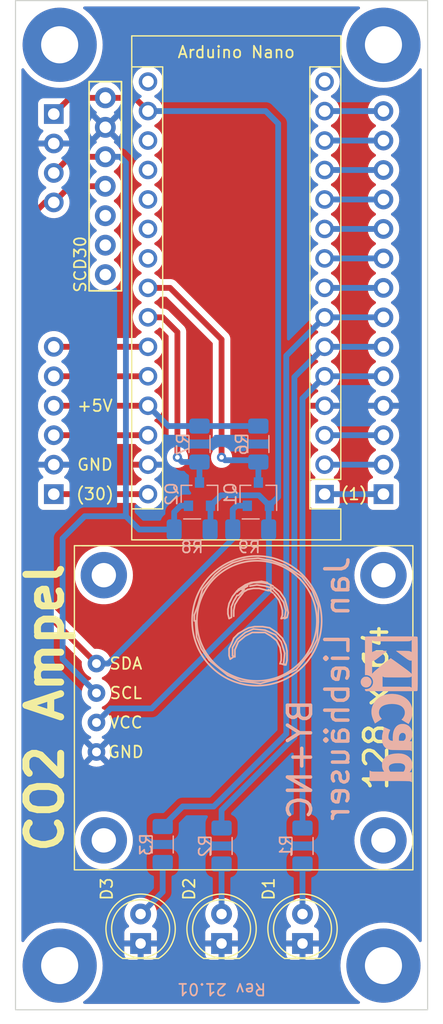
<source format=kicad_pcb>
(kicad_pcb (version 20211014) (generator pcbnew)
  (layers (0 "F.Cu" signal) (31 "B.Cu" signal) (34 "B.Paste" user) (35 "F.Paste" user) (36 "B.SilkS" user "B.Silkscreen") (37 "F.SilkS" user "F.Silkscreen") (38 "B.Mask" user) (39 "F.Mask" user) (44 "Edge.Cuts" user))
  (net 0 "")
  (net 1 "GND")
  (net 2 "Net-(A1-Pad24)")
  (net 3 "Net-(A1-Pad23)")
  (net 4 "Net-(A1-Pad7)")
  (net 5 "Net-(A1-Pad6)")
  (net 6 "Net-(A1-Pad5)")
  (net 7 "+3V3")
  (net 8 "+5V")
  (net 9 "Net-(D1-Pad2)")
  (net 10 "Net-(D2-Pad2)")
  (net 11 "Net-(D3-Pad2)")
  (net 12 "/SCL_3V3")
  (net 13 "/SDA_3V3")
  (net 14 "Net-(A1-Pad14)")
  (net 15 "Net-(A1-Pad13)")
  (net 16 "Net-(A1-Pad12)")
  (net 17 "Net-(A1-Pad11)")
  (net 18 "Net-(A1-Pad26)")
  (net 19 "Net-(A1-Pad10)")
  (net 20 "Net-(A1-Pad25)")
  (net 21 "Net-(A1-Pad9)")
  (net 22 "Net-(A1-Pad8)")
  (net 23 "Net-(A1-Pad2)")
  (net 24 "Net-(A1-Pad1)")
  (net 25 "Reset")
  (net 26 "VIN")
  (net 27 "Reset28")
  (footprint "LED_THT:LED_D5.0mm" (layer "F.Cu") (at 127.635 131.445 90)
    (fp_text reference "D3" (at 4.699 -2.921 90) (layer "F.SilkS"))
    (fp_text value "LED")
    (pad "1" thru_hole rect locked (at 0 0 90) (size 1.8 1.8) (drill 0.9) (layers *.Cu *.Mask) (net 1 "GND"))
    (pad "2" thru_hole circle locked (at 2.54 0 90) (size 1.8 1.8) (drill 0.9) (layers *.Cu *.Mask) (net 11 "Net-(D3-Pad2)"))
  )
  (footprint "LED_THT:LED_D5.0mm" (layer "F.Cu") (at 134.62 131.445 90)
    (fp_text reference "D2" (at 4.699 -2.794 90) (layer "F.SilkS"))
    (fp_text value "LED")
    (pad "1" thru_hole rect locked (at 0 0 90) (size 1.8 1.8) (drill 0.9) (layers *.Cu *.Mask) (net 1 "GND"))
    (pad "2" thru_hole circle locked (at 2.54 0 90) (size 1.8 1.8) (drill 0.9) (layers *.Cu *.Mask) (net 10 "Net-(D2-Pad2)"))
  )
  (footprint "MountingHole:MountingHole_3.2mm_M3_Pad_TopBottom" (layer "F.Cu") (at 120.65 53.975)
    (fp_text reference "H1" hide)
    (fp_text value "MountingHole")
    (pad "1" connect circle locked (at 0 0) (size 6.4 6.4) (layers "F.Cu" "F.Mask"))
    (pad "1" connect circle locked (at 0 0) (size 6.4 6.4) (layers "B.Cu" "B.Mask"))
    (pad "1" thru_hole circle locked (at 0 0) (size 3.6 3.6) (drill 3.2) (layers *.Cu *.Mask))
  )
  (footprint "MountingHole:MountingHole_3.2mm_M3_Pad_TopBottom" (layer "F.Cu") (at 120.65 133.35)
    (fp_text reference "H2" hide)
    (fp_text value "MountingHole")
    (pad "1" connect circle locked (at 0 0) (size 6.4 6.4) (layers "F.Cu" "F.Mask"))
    (pad "1" connect circle locked (at 0 0) (size 6.4 6.4) (layers "B.Cu" "B.Mask"))
    (pad "1" thru_hole circle locked (at 0 0) (size 3.6 3.6) (drill 3.2) (layers *.Cu *.Mask))
  )
  (footprint "MountingHole:MountingHole_3.2mm_M3_Pad_TopBottom" (layer "F.Cu") (at 148.59 133.35)
    (fp_text reference "H3" hide)
    (fp_text value "MountingHole")
    (pad "1" thru_hole circle locked (at 0 0) (size 3.6 3.6) (drill 3.2) (layers *.Cu *.Mask))
    (pad "1" connect circle locked (at 0 0) (size 6.4 6.4) (layers "F.Cu" "F.Mask"))
    (pad "1" connect circle locked (at 0 0) (size 6.4 6.4) (layers "B.Cu" "B.Mask"))
  )
  (footprint "MountingHole:MountingHole_3.2mm_M3_Pad_TopBottom" (layer "F.Cu") (at 148.59 53.975)
    (fp_text reference "H4" hide)
    (fp_text value "MountingHole")
    (pad "1" connect circle locked (at 0 0) (size 6.4 6.4) (layers "B.Cu" "B.Mask"))
    (pad "1" thru_hole circle locked (at 0 0) (size 3.6 3.6) (drill 3.2) (layers *.Cu *.Mask))
    (pad "1" connect circle locked (at 0 0) (size 6.4 6.4) (layers "F.Cu" "F.Mask"))
  )
  (footprint "Connector_PinHeader_2.54mm:PinHeader_1x14_P2.54mm_Vertical" (layer "F.Cu") (at 148.59 92.71 180)
    (fp_text reference "J2" hide)
    (fp_text value "Conn_01x14" hide)
    (pad "1" thru_hole rect locked (at 0 0 180) (size 1.7 1.7) (drill 1) (layers *.Cu *.Mask) (net 24 "Net-(A1-Pad1)"))
    (pad "2" thru_hole oval locked (at 0 2.54 180) (size 1.7 1.7) (drill 1) (layers *.Cu *.Mask) (net 23 "Net-(A1-Pad2)"))
    (pad "3" thru_hole oval locked (at 0 5.08 180) (size 1.7 1.7) (drill 1) (layers *.Cu *.Mask) (net 25 "Reset"))
    (pad "4" thru_hole oval locked (at 0 7.62 180) (size 1.7 1.7) (drill 1) (layers *.Cu *.Mask) (net 1 "GND"))
    (pad "5" thru_hole oval locked (at 0 10.16 180) (size 1.7 1.7) (drill 1) (layers *.Cu *.Mask) (net 6 "Net-(A1-Pad5)"))
    (pad "6" thru_hole oval locked (at 0 12.7 180) (size 1.7 1.7) (drill 1) (layers *.Cu *.Mask) (net 5 "Net-(A1-Pad6)"))
    (pad "7" thru_hole oval locked (at 0 15.24 180) (size 1.7 1.7) (drill 1) (layers *.Cu *.Mask) (net 4 "Net-(A1-Pad7)"))
    (pad "8" thru_hole oval locked (at 0 17.78 180) (size 1.7 1.7) (drill 1) (layers *.Cu *.Mask) (net 22 "Net-(A1-Pad8)"))
    (pad "9" thru_hole oval locked (at 0 20.32 180) (size 1.7 1.7) (drill 1) (layers *.Cu *.Mask) (net 21 "Net-(A1-Pad9)"))
    (pad "10" thru_hole oval locked (at 0 22.86 180) (size 1.7 1.7) (drill 1) (layers *.Cu *.Mask) (net 19 "Net-(A1-Pad10)"))
    (pad "11" thru_hole oval locked (at 0 25.4 180) (size 1.7 1.7) (drill 1) (layers *.Cu *.Mask) (net 17 "Net-(A1-Pad11)"))
    (pad "12" thru_hole oval locked (at 0 27.94 180) (size 1.7 1.7) (drill 1) (layers *.Cu *.Mask) (net 16 "Net-(A1-Pad12)"))
    (pad "13" thru_hole oval locked (at 0 30.48 180) (size 1.7 1.7) (drill 1) (layers *.Cu *.Mask) (net 15 "Net-(A1-Pad13)"))
    (pad "14" thru_hole oval locked (at 0 33.02 180) (size 1.7 1.7) (drill 1) (layers *.Cu *.Mask) (net 14 "Net-(A1-Pad14)"))
  )
  (footprint "Connector_PinHeader_2.54mm:PinHeader_1x06_P2.54mm_Vertical" (layer "F.Cu") (at 120.142 92.71 180)
    (fp_text reference "J3" hide)
    (fp_text value "Conn_01x06" hide)
    (pad "1" thru_hole rect locked (at 0 0 180) (size 1.7 1.7) (drill 1) (layers *.Cu *.Mask) (net 26 "VIN"))
    (pad "2" thru_hole oval locked (at 0 2.54 180) (size 1.7 1.7) (drill 1) (layers *.Cu *.Mask) (net 1 "GND"))
    (pad "3" thru_hole oval locked (at 0 5.08 180) (size 1.7 1.7) (drill 1) (layers *.Cu *.Mask) (net 27 "Reset28"))
    (pad "4" thru_hole oval locked (at 0 7.62 180) (size 1.7 1.7) (drill 1) (layers *.Cu *.Mask) (net 8 "+5V"))
    (pad "5" thru_hole oval locked (at 0 10.16 180) (size 1.7 1.7) (drill 1) (layers *.Cu *.Mask) (net 18 "Net-(A1-Pad26)"))
    (pad "6" thru_hole oval locked (at 0 12.7 180) (size 1.7 1.7) (drill 1) (layers *.Cu *.Mask) (net 20 "Net-(A1-Pad25)"))
  )
  (footprint "LED_THT:LED_D5.0mm" (layer "F.Cu") (at 141.605 131.445 90)
    (fp_text reference "D1" (at 4.699 -2.921 90) (layer "F.SilkS"))
    (fp_text value "LED")
    (pad "1" thru_hole rect locked (at 0 0 90) (size 1.8 1.8) (drill 0.9) (layers *.Cu *.Mask) (net 1 "GND"))
    (pad "2" thru_hole circle locked (at 2.54 0 90) (size 1.8 1.8) (drill 0.9) (layers *.Cu *.Mask) (net 9 "Net-(D1-Pad2)"))
  )
  (footprint "Connector_PinHeader_2.54mm:PinHeader_1x04_P2.54mm_Vertical" (layer "F.Cu") (at 120.142 59.944)
    (fp_text reference "J1" hide)
    (fp_text value "Conn_01x04" hide)
    (pad "1" thru_hole rect locked (at 0 0) (size 1.7 1.7) (drill 1) (layers *.Cu *.Mask) (net 7 "+3V3"))
    (pad "2" thru_hole oval locked (at 0 2.54) (size 1.7 1.7) (drill 1) (layers *.Cu *.Mask) (net 1 "GND"))
    (pad "3" thru_hole oval locked (at 0 5.08) (size 1.7 1.7) (drill 1) (layers *.Cu *.Mask) (net 12 "/SCL_3V3"))
    (pad "4" thru_hole oval locked (at 0 7.62) (size 1.7 1.7) (drill 1) (layers *.Cu *.Mask) (net 13 "/SDA_3V3"))
  )
  (footprint "CO2Ampel:OLED" (layer "F.Cu") (at 139.7 122.555)
    (fp_text reference "OLED1" hide)
    (fp_text value "OLED")
    (fp_text user "VCC" (at -13.335 -10.16) (layer "F.SilkS"))
    (fp_text user "GND" (at -13.335 -7.62) (layer "F.SilkS"))
    (fp_text user "SDA" (at -13.335 -15.24) (layer "F.SilkS"))
    (fp_text user "SCL" (at -13.335 -12.7) (layer "F.SilkS"))
    (fp_text user "128 x 64" (at 8.255 -11.43 90) (layer "F.SilkS") (effects (font (size 2 2) (thickness 0.3))))
    (pad "" thru_hole circle locked (at -15.24 0) (size 4 4) (drill 2.1) (layers *.Cu *.Mask))
    (pad "" thru_hole circle locked (at -15.24 -22.86) (size 4 4) (drill 2.1) (layers *.Cu *.Mask))
    (pad "" thru_hole circle locked (at 8.89 0) (size 4 4) (drill 2.1) (layers *.Cu *.Mask))
    (pad "" thru_hole circle locked (at 8.89 -22.86) (size 4 4) (drill 2.1) (layers *.Cu *.Mask))
    (pad "1" thru_hole circle locked (at -15.875 -15.24) (size 1.524 1.524) (drill 0.762) (layers *.Cu *.Mask) (net 13 "/SDA_3V3"))
    (pad "2" thru_hole circle locked (at -15.875 -12.7) (size 1.524 1.524) (drill 0.762) (layers *.Cu *.Mask) (net 12 "/SCL_3V3"))
    (pad "3" thru_hole circle locked (at -15.875 -10.16) (size 1.524 1.524) (drill 0.762) (layers *.Cu *.Mask) (net 7 "+3V3"))
    (pad "4" thru_hole circle locked (at -15.875 -7.62) (size 1.524 1.524) (drill 0.762) (layers *.Cu *.Mask) (net 1 "GND"))
  )
  (footprint "Module:Arduino_Nano" (layer "F.Cu") (at 143.51 92.71 180)
    (fp_text reference "A1" hide)
    (fp_text value "Arduino_Nano_v3.x")
    (pad "1" thru_hole rect locked (at 0 0 180) (size 1.6 1.6) (drill 1) (layers *.Cu *.Mask) (net 24 "Net-(A1-Pad1)"))
    (pad "2" thru_hole oval locked (at 0 2.54 180) (size 1.6 1.6) (drill 1) (layers *.Cu *.Mask) (net 23 "Net-(A1-Pad2)"))
    (pad "3" thru_hole oval locked (at 0 5.08 180) (size 1.6 1.6) (drill 1) (layers *.Cu *.Mask) (net 25 "Reset"))
    (pad "4" thru_hole oval locked (at 0 7.62 180) (size 1.6 1.6) (drill 1) (layers *.Cu *.Mask) (net 1 "GND"))
    (pad "5" thru_hole oval locked (at 0 10.16 180) (size 1.6 1.6) (drill 1) (layers *.Cu *.Mask) (net 6 "Net-(A1-Pad5)"))
    (pad "6" thru_hole oval locked (at 0 12.7 180) (size 1.6 1.6) (drill 1) (layers *.Cu *.Mask) (net 5 "Net-(A1-Pad6)"))
    (pad "7" thru_hole oval locked (at 0 15.24 180) (size 1.6 1.6) (drill 1) (layers *.Cu *.Mask) (net 4 "Net-(A1-Pad7)"))
    (pad "8" thru_hole oval locked (at 0 17.78 180) (size 1.6 1.6) (drill 1) (layers *.Cu *.Mask) (net 22 "Net-(A1-Pad8)"))
    (pad "9" thru_hole oval locked (at 0 20.32 180) (size 1.6 1.6) (drill 1) (layers *.Cu *.Mask) (net 21 "Net-(A1-Pad9)"))
    (pad "10" thru_hole oval locked (at 0 22.86 180) (size 1.6 1.6) (drill 1) (layers *.Cu *.Mask) (net 19 "Net-(A1-Pad10)"))
    (pad "11" thru_hole oval locked (at 0 25.4 180) (size 1.6 1.6) (drill 1) (layers *.Cu *.Mask) (net 17 "Net-(A1-Pad11)"))
    (pad "12" thru_hole oval locked (at 0 27.94 180) (size 1.6 1.6) (drill 1) (layers *.Cu *.Mask) (net 16 "Net-(A1-Pad12)"))
    (pad "13" thru_hole oval locked (at 0 30.48 180) (size 1.6 1.6) (drill 1) (layers *.Cu *.Mask) (net 15 "Net-(A1-Pad13)"))
    (pad "14" thru_hole oval locked (at 0 33.02 180) (size 1.6 1.6) (drill 1) (layers *.Cu *.Mask) (net 14 "Net-(A1-Pad14)"))
    (pad "15" thru_hole oval locked (at 0 35.56 180) (size 1.6 1.6) (drill 1) (layers *.Cu *.Mask))
    (pad "16" thru_hole oval locked (at 15.24 35.56 180) (size 1.6 1.6) (drill 1) (layers *.Cu *.Mask))
    (pad "17" thru_hole oval locked (at 15.24 33.02 180) (size 1.6 1.6) (drill 1) (layers *.Cu *.Mask) (net 7 "+3V3"))
    (pad "18" thru_hole oval locked (at 15.24 30.48 180) (size 1.6 1.6) (drill 1) (layers *.Cu *.Mask))
    (pad "19" thru_hole oval locked (at 15.24 27.94 180) (size 1.6 1.6) (drill 1) (layers *.Cu *.Mask))
    (pad "20" thru_hole oval locked (at 15.24 25.4 180) (size 1.6 1.6) (drill 1) (layers *.Cu *.Mask))
    (pad "21" thru_hole oval locked (at 15.24 22.86 180) (size 1.6 1.6) (drill 1) (layers *.Cu *.Mask))
    (pad "22" thru_hole oval locked (at 15.24 20.32 180) (size 1.6 1.6) (drill 1) (layers *.Cu *.Mask))
    (pad "23" thru_hole oval locked (at 15.24 17.78 180) (size 1.6 1.6) (drill 1) (layers *.Cu *.Mask) (net 3 "Net-(A1-Pad23)"))
    (pad "24" thru_hole oval locked (at 15.24 15.24 180) (size 1.6 1.6) (drill 1) (layers *.Cu *.Mask) (net 2 "Net-(A1-Pad24)"))
    (pad "25" thru_hole oval locked (at 15.24 12.7 180) (size 1.6 1.6) (drill 1) (layers *.Cu *.Mask) (net 20 "Net-(A1-Pad25)"))
    (pad "26" thru_hole oval locked (at 15.24 10.16 180) (size 1.6 1.6) (drill 1) (layers *.Cu *.Mask) (net 18 "Net-(A1-Pad26)"))
    (pad "27" thru_hole oval locked (at 15.24 7.62 180) (size 1.6 1.6) (drill 1) (layers *.Cu *.Mask) (net 8 "+5V"))
    (pad "28" thru_hole oval locked (at 15.24 5.08 180) (size 1.6 1.6) (drill 1) (layers *.Cu *.Mask) (net 27 "Reset28"))
    (pad "29" thru_hole oval locked (at 15.24 2.54 180) (size 1.6 1.6) (drill 1) (layers *.Cu *.Mask) (net 1 "GND"))
    (pad "30" thru_hole oval locked (at 15.24 0 180) (size 1.6 1.6) (drill 1) (layers *.Cu *.Mask) (net 26 "VIN"))
  )
  (footprint "CO2Ampel:scd30" (layer "B.Cu") (at 123.19 57.15 90)
    (fp_text reference "S1")
    (fp_text value "SCD30")
    (pad "1" thru_hole circle locked (at -1.4 1.4 90) (size 1.8 1.8) (drill 1) (layers *.Cu *.Mask) (net 7 "+3V3"))
    (pad "2" thru_hole circle locked (at -3.94 1.4 90) (size 1.8 1.8) (drill 1) (layers *.Cu *.Mask) (net 1 "GND"))
    (pad "3" thru_hole circle locked (at -6.48 1.4 90) (size 1.8 1.8) (drill 1) (layers *.Cu *.Mask) (net 12 "/SCL_3V3"))
    (pad "4" thru_hole circle locked (at -9.02 1.39 90) (size 1.8 1.8) (drill 1) (layers *.Cu *.Mask) (net 13 "/SDA_3V3"))
    (pad "5" thru_hole circle locked (at -11.56 1.4 90) (size 1.8 1.8) (drill 1) (layers *.Cu *.Mask))
    (pad "6" thru_hole circle locked (at -14.1 1.4 90) (size 1.8 1.8) (drill 1) (layers *.Cu *.Mask))
    (pad "7" thru_hole circle locked (at -16.64 1.4 90) (size 1.8 1.8) (drill 1) (layers *.Cu *.Mask))
  )
  (footprint "Package_TO_SOT_SMD:SOT-23" (layer "B.Cu") (at 132.715 92.71 90)
    (fp_text reference "Q2" (at 0 -2.413 90) (layer "B.SilkS") (effects (justify mirror)))
    (fp_text value "BSS138")
    (pad "1" smd rect locked (at -1 0.95 90) (size 0.9 0.8) (layers "B.Cu" "B.Paste" "B.Mask") (net 7 "+3V3"))
    (pad "2" smd rect locked (at -1 -0.95 90) (size 0.9 0.8) (layers "B.Cu" "B.Paste" "B.Mask") (net 12 "/SCL_3V3"))
    (pad "3" smd rect locked (at 1 0 90) (size 0.9 0.8) (layers "B.Cu" "B.Paste" "B.Mask") (net 2 "Net-(A1-Pad24)"))
  )
  (footprint "Resistor_SMD:R_1206_3216Metric_Pad1.30x1.75mm_HandSolder" (layer "B.Cu") (at 137.795 88.392 -90)
    (fp_text reference "R6" (at 0 1.43 90) (layer "B.SilkS") (effects (justify mirror)))
    (fp_text value "10K")
    (pad "1" smd roundrect locked (at -1.55 0 270) (size 1.3 1.75) (layers "B.Cu" "B.Paste" "B.Mask") (roundrect_rratio 0.1923076923) (net 8 "+5V"))
    (pad "2" smd roundrect locked (at 1.55 0 270) (size 1.3 1.75) (layers "B.Cu" "B.Paste" "B.Mask") (roundrect_rratio 0.1923076923) (net 3 "Net-(A1-Pad23)"))
  )
  (footprint "Resistor_SMD:R_1206_3216Metric_Pad1.30x1.75mm_HandSolder" (layer "B.Cu") (at 132.08 95.758 180)
    (fp_text reference "R8" (at 0 -1.524) (layer "B.SilkS") (effects (justify mirror)))
    (fp_text value "10K")
    (pad "1" smd roundrect locked (at -1.55 0 180) (size 1.3 1.75) (layers "B.Cu" "B.Paste" "B.Mask") (roundrect_rratio 0.1923076923) (net 7 "+3V3"))
    (pad "2" smd roundrect locked (at 1.55 0 180) (size 1.3 1.75) (layers "B.Cu" "B.Paste" "B.Mask") (roundrect_rratio 0.1923076923) (net 12 "/SCL_3V3"))
  )
  (footprint "Package_TO_SOT_SMD:SOT-23" (layer "B.Cu") (at 137.795 92.71 90)
    (fp_text reference "Q1" (at 0 -2.413 90) (layer "B.SilkS") (effects (justify mirror)))
    (fp_text value "BSS138")
    (pad "1" smd rect locked (at -1 0.95 90) (size 0.9 0.8) (layers "B.Cu" "B.Paste" "B.Mask") (net 7 "+3V3"))
    (pad "2" smd rect locked (at -1 -0.95 90) (size 0.9 0.8) (layers "B.Cu" "B.Paste" "B.Mask") (net 13 "/SDA_3V3"))
    (pad "3" smd rect locked (at 1 0 90) (size 0.9 0.8) (layers "B.Cu" "B.Paste" "B.Mask") (net 3 "Net-(A1-Pad23)"))
  )
  (footprint "Resistor_SMD:R_1206_3216Metric_Pad1.30x1.75mm_HandSolder" (layer "B.Cu") (at 141.605 123.0395 -90)
    (fp_text reference "R1" (at 0 1.43 -90) (layer "B.SilkS") (effects (justify mirror)))
    (fp_text value "R")
    (pad "1" smd roundrect locked (at -1.55 0 270) (size 1.3 1.75) (layers "B.Cu" "B.Paste" "B.Mask") (roundrect_rratio 0.1923076923) (net 6 "Net-(A1-Pad5)"))
    (pad "2" smd roundrect locked (at 1.55 0 270) (size 1.3 1.75) (layers "B.Cu" "B.Paste" "B.Mask") (roundrect_rratio 0.1923076923) (net 9 "Net-(D1-Pad2)"))
  )
  (footprint "Resistor_SMD:R_1206_3216Metric_Pad1.30x1.75mm_HandSolder" (layer "B.Cu") (at 137.134 95.758 180)
    (fp_text reference "R9" (at 0.127 -1.524) (layer "B.SilkS") (effects (justify mirror)))
    (fp_text value "10K")
    (pad "1" smd roundrect locked (at -1.55 0 180) (size 1.3 1.75) (layers "B.Cu" "B.Paste" "B.Mask") (roundrect_rratio 0.1923076923) (net 7 "+3V3"))
    (pad "2" smd roundrect locked (at 1.55 0 180) (size 1.3 1.75) (layers "B.Cu" "B.Paste" "B.Mask") (roundrect_rratio 0.1923076923) (net 13 "/SDA_3V3"))
  )
  (footprint "Resistor_SMD:R_1206_3216Metric_Pad1.30x1.75mm_HandSolder" (layer "B.Cu") (at 132.715 88.392 -90)
    (fp_text reference "R7" (at 0 1.43 -90) (layer "B.SilkS") (effects (justify mirror)))
    (fp_text value "10K")
    (pad "1" smd roundrect locked (at -1.55 0 270) (size 1.3 1.75) (layers "B.Cu" "B.Paste" "B.Mask") (roundrect_rratio 0.1923076923) (net 8 "+5V"))
    (pad "2" smd roundrect locked (at 1.55 0 270) (size 1.3 1.75) (layers "B.Cu" "B.Paste" "B.Mask") (roundrect_rratio 0.1923076923) (net 2 "Net-(A1-Pad24)"))
  )
  (footprint "Resistor_SMD:R_1206_3216Metric_Pad1.30x1.75mm_HandSolder" (layer "B.Cu") (at 134.62 123.0395 -90)
    (fp_text reference "R2" (at 0 1.43 -90) (layer "B.SilkS") (effects (justify mirror)))
    (fp_text value "R")
    (pad "1" smd roundrect locked (at -1.55 0 270) (size 1.3 1.75) (layers "B.Cu" "B.Paste" "B.Mask") (roundrect_rratio 0.1923076923) (net 5 "Net-(A1-Pad6)"))
    (pad "2" smd roundrect locked (at 1.55 0 270) (size 1.3 1.75) (layers "B.Cu" "B.Paste" "B.Mask") (roundrect_rratio 0.1923076923) (net 10 "Net-(D2-Pad2)"))
  )
  (footprint "Resistor_SMD:R_1206_3216Metric_Pad1.30x1.75mm_HandSolder" (layer "B.Cu") (at 129.54 122.9125 -90)
    (fp_text reference "R3" (at 0 1.43 -90) (layer "B.SilkS") (effects (justify mirror)))
    (fp_text value "R")
    (pad "1" smd roundrect locked (at -1.55 0 270) (size 1.3 1.75) (layers "B.Cu" "B.Paste" "B.Mask") (roundrect_rratio 0.1923076923) (net 4 "Net-(A1-Pad7)"))
    (pad "2" smd roundrect locked (at 1.55 0 270) (size 1.3 1.75) (layers "B.Cu" "B.Paste" "B.Mask") (roundrect_rratio 0.1923076923) (net 11 "Net-(D3-Pad2)"))
  )
  (footprint "Symbol:KiCad-Logo_5mm_SilkScreen" (layer "B.Cu") (at 149.606 111.252 -90)
    (fp_text reference "REF**" hide)
    (fp_text value "KiCad-Logo_5mm_SilkScreen" hide)
  )
  (footprint "Symbol:Symbol_CreativeCommons_SilkScreenTop_Type2_Big" (layer "B.Cu") (at 137.668 103.632 -90)
    (fp_text reference "REF**" hide)
    (fp_text value "Symbol_CreativeCommons_SilkScreenTop_Type2_Big")
  )
  (gr_line (start 123.19 75.184) (end 123.19 57.15) (layer "F.SilkS") (width 0.15))
  (gr_line (start 123.19 57.15) (end 125.984 57.15) (layer "F.SilkS") (width 0.15))
  (gr_line (start 125.984 57.15) (end 125.984 75.184) (layer "F.SilkS") (width 0.15))
  (gr_line (start 125.984 75.184) (end 123.19 75.184) (layer "F.SilkS") (width 0.15))
  (gr_poly (pts (xy 152.4 137.16) (xy 116.84 137.16) (xy 116.84 50.165) (xy 152.4 50.165)) (layer "Edge.Cuts") (width 0.1) (fill none))
  (gr_text "Rev 21.01" (at 134.62 135.382 180) (layer "B.SilkS") (effects (font (size 1 1))))
  (gr_text "        BY+NC\nJan Liebhäuser" (at 143.002 109.474 90) (layer "B.SilkS") (effects (font (size 2 2) (thickness 0.3)) (justify mirror)))
  (gr_text "(30)" (at 123.698 92.71) (layer "F.SilkS") (effects (font (size 1 1))))
  (gr_text "GND" (at 123.698 90.17) (layer "F.SilkS") (effects (font (size 1 1))))
  (gr_text "+5V" (at 123.698 85.09) (layer "F.SilkS") (effects (font (size 1 1))))
  (gr_text "SCD30" (at 122.428 72.898 90) (layer "F.SilkS") (effects (font (size 1 1))))
  (gr_text "Arduino Nano" (at 135.89 54.61) (layer "F.SilkS") (effects (font (size 1 1))))
  (gr_text "(1)" (at 146.05 92.71) (layer "F.SilkS") (effects (font (size 1 1))))
  (gr_text "CO2 Ampel" (at 119.38 111.125 90) (layer "F.SilkS") (effects (font (size 3 3) (thickness 0.6))))
  (segment (start 130.81 78.74) (end 129.54 77.47) (width 0.5) (layer "F.Cu") (net 2))
  (segment (start 130.81 89.535) (end 130.81 78.74) (width 0.5) (layer "F.Cu") (net 2))
  (segment (start 129.54 77.47) (end 128.27 77.47) (width 0.5) (layer "F.Cu") (net 2))
  (via (at 130.81 89.535) (size 0.8) (drill 0.4) (layers "F.Cu" "B.Cu") (net 2))
  (segment (start 131.217 89.942) (end 130.81 89.535) (width 0.5) (layer "B.Cu") (net 2))
  (segment (start 132.715 89.942) (end 131.217 89.942) (width 0.5) (layer "B.Cu") (net 2))
  (segment (start 132.715 89.942) (end 132.715 91.71) (width 0.5) (layer "B.Cu") (net 2))
  (segment (start 130.175 74.93) (end 128.27 74.93) (width 0.5) (layer "F.Cu") (net 3))
  (segment (start 134.62 89.535) (end 134.62 79.375) (width 0.5) (layer "F.Cu") (net 3))
  (segment (start 134.62 79.375) (end 130.175 74.93) (width 0.5) (layer "F.Cu") (net 3))
  (via (at 134.62 89.535) (size 0.8) (drill 0.4) (layers "F.Cu" "B.Cu") (net 3))
  (segment (start 134.62 89.535) (end 134.667 89.535) (width 0.5) (layer "B.Cu") (net 3))
  (segment (start 137.8185 89.789) (end 134.921 89.789) (width 0.5) (layer "B.Cu") (net 3))
  (segment (start 137.795 89.942) (end 137.795 91.71) (width 0.5) (layer "B.Cu") (net 3))
  (segment (start 134.667 89.535) (end 134.921 89.789) (width 0.5) (layer "B.Cu") (net 3))
  (segment (start 137.8185 89.789) (end 137.795 89.8125) (width 0.5) (layer "B.Cu") (net 3))
  (segment (start 140.20498 109.964058) (end 140.20498 113.375048) (width 0.5) (layer "B.Cu") (net 4))
  (segment (start 131.2685 119.634) (end 129.54 121.3625) (width 0.5) (layer "B.Cu") (net 4))
  (segment (start 143.51 77.47) (end 148.59 77.47) (width 0.5) (layer "B.Cu") (net 4))
  (segment (start 140.204982 109.964056) (end 140.20498 109.964058) (width 0.5) (layer "B.Cu") (net 4))
  (segment (start 133.946028 119.634) (end 131.2685 119.634) (width 0.5) (layer "B.Cu") (net 4))
  (segment (start 140.20498 113.375048) (end 133.946028 119.634) (width 0.5) (layer "B.Cu") (net 4))
  (segment (start 143.51 77.47) (end 140.204982 80.775018) (width 0.5) (layer "B.Cu") (net 4))
  (segment (start 140.204982 80.775018) (end 140.204982 109.964056) (width 0.5) (layer "B.Cu") (net 4))
  (segment (start 140.90499 82.61501) (end 143.51 80.01) (width 0.5) (layer "B.Cu") (net 5))
  (segment (start 138.206995 116.362995) (end 140.90499 113.665) (width 0.5) (layer "B.Cu") (net 5))
  (segment (start 134.62 119.94999) (end 138.206995 116.362995) (width 0.5) (layer "B.Cu") (net 5))
  (segment (start 138.03099 116.539) (end 138.206995 116.362995) (width 0.5) (layer "B.Cu") (net 5))
  (segment (start 134.62 121.4895) (end 134.62 119.94999) (width 0.5) (layer "B.Cu") (net 5))
  (segment (start 143.51 80.01) (end 148.59 80.01) (width 0.5) (layer "B.Cu") (net 5))
  (segment (start 140.90499 113.665) (end 140.90499 82.61501) (width 0.5) (layer "B.Cu") (net 5))
  (segment (start 143.51 82.55) (end 148.59 82.55) (width 0.5) (layer "B.Cu") (net 6))
  (segment (start 141.605 84.455) (end 143.51 82.55) (width 0.5) (layer "B.Cu") (net 6))
  (segment (start 141.605 121.4895) (end 141.605 84.455) (width 0.5) (layer "B.Cu") (net 6))
  (segment (start 121.536 58.55) (end 120.142 59.944) (width 0.5) (layer "F.Cu") (net 7))
  (segment (start 127.13 58.55) (end 128.27 59.69) (width 0.5) (layer "F.Cu") (net 7))
  (segment (start 124.59 58.55) (end 121.536 58.55) (width 0.5) (layer "F.Cu") (net 7))
  (segment (start 124.59 58.55) (end 127.13 58.55) (width 0.5) (layer "F.Cu") (net 7))
  (segment (start 133.665 93.71) (end 133.665 95.723) (width 0.5) (layer "B.Cu") (net 7))
  (segment (start 134.565001 92.809999) (end 133.665 93.71) (width 0.5) (layer "B.Cu") (net 7))
  (segment (start 138.7075 101.0685) (end 138.7075 95.7815) (width 0.5) (layer "B.Cu") (net 7))
  (segment (start 139.504972 92.950028) (end 138.745 93.71) (width 0.5) (layer "B.Cu") (net 7))
  (segment (start 133.665 95.723) (end 133.63 95.758) (width 0.5) (layer "B.Cu") (net 7))
  (segment (start 123.825 112.395) (end 125.037001 111.182999) (width 0.5) (layer "B.Cu") (net 7))
  (segment (start 128.593001 111.182999) (end 138.7075 101.0685) (width 0.5) (layer "B.Cu") (net 7))
  (segment (start 138.7075 95.7815) (end 138.684 95.758) (width 0.5) (layer "B.Cu") (net 7))
  (segment (start 138.684 93.771) (end 138.745 93.71) (width 0.5) (layer "B.Cu") (net 7))
  (segment (start 138.684 95.758) (end 138.684 93.771) (width 0.5) (layer "B.Cu") (net 7))
  (segment (start 128.27 59.69) (end 138.43 59.69) (width 0.5) (layer "B.Cu") (net 7))
  (segment (start 125.037001 111.182999) (end 128.593001 111.182999) (width 0.5) (layer "B.Cu") (net 7))
  (segment (start 139.504972 60.764972) (end 139.504972 92.950028) (width 0.5) (layer "B.Cu") (net 7))
  (segment (start 138.43 59.69) (end 139.504972 60.764972) (width 0.5) (layer "B.Cu") (net 7))
  (segment (start 138.745 93.71) (end 137.844999 92.809999) (width 0.5) (layer "B.Cu") (net 7))
  (segment (start 137.844999 92.809999) (end 134.565001 92.809999) (width 0.5) (layer "B.Cu") (net 7))
  (segment (start 128.27 85.09) (end 120.142 85.09) (width 0.5) (layer "F.Cu") (net 8))
  (segment (start 130.022 86.842) (end 128.27 85.09) (width 0.5) (layer "B.Cu") (net 8))
  (segment (start 132.715 86.842) (end 137.795 86.842) (width 0.5) (layer "B.Cu") (net 8))
  (segment (start 132.715 86.842) (end 130.022 86.842) (width 0.5) (layer "B.Cu") (net 8))
  (segment (start 141.605 128.905) (end 141.605 124.5895) (width 0.5) (layer "B.Cu") (net 9))
  (segment (start 134.62 128.905) (end 134.62 124.5895) (width 0.5) (layer "B.Cu") (net 10))
  (segment (start 129.54 127) (end 129.54 124.4625) (width 0.5) (layer "B.Cu") (net 11))
  (segment (start 129.54 127) (end 127.635 128.905) (width 0.5) (layer "B.Cu") (net 11))
  (segment (start 124.59 63.63) (end 121.536 63.63) (width 0.5) (layer "F.Cu") (net 12))
  (segment (start 121.536 63.63) (end 120.142 65.024) (width 0.5) (layer "F.Cu") (net 12))
  (segment (start 120.904 96.52) (end 122.809 94.615) (width 0.5) (layer "B.Cu") (net 12))
  (segment (start 127.508 95.758) (end 127 95.25) (width 0.5) (layer "B.Cu") (net 12))
  (segment (start 126.365 94.615) (end 126.365 87.63) (width 0.5) (layer "B.Cu") (net 12))
  (segment (start 131.08 93.71) (end 130.53 94.26) (width 0.5) (layer "B.Cu") (net 12))
  (segment (start 127 95.25) (end 126.365 94.615) (width 0.5) (layer "B.Cu") (net 12))
  (segment (start 126.365 64.135) (end 125.86 63.63) (width 0.5) (layer "B.Cu") (net 12))
  (segment (start 123.825 109.855) (end 120.904 106.934) (width 0.5) (layer "B.Cu") (net 12))
  (segment (start 130.53 95.758) (end 127.508 95.758) (width 0.5) (layer "B.Cu") (net 12))
  (segment (start 131.765 93.71) (end 131.08 93.71) (width 0.5) (layer "B.Cu") (net 12))
  (segment (start 120.904 106.934) (end 120.904 96.52) (width 0.5) (layer "B.Cu") (net 12))
  (segment (start 125.86 63.63) (end 124.59 63.63) (width 0.5) (layer "B.Cu") (net 12))
  (segment (start 130.53 94.26) (end 130.53 95.758) (width 0.5) (layer "B.Cu") (net 12))
  (segment (start 126.365 87.63) (end 126.365 64.135) (width 0.5) (layer "B.Cu") (net 12))
  (segment (start 122.809 94.615) (end 126.365 94.615) (width 0.5) (layer "B.Cu") (net 12))
  (segment (start 119.38 67.564) (end 118.364 68.58) (width 0.5) (layer "F.Cu") (net 13))
  (segment (start 120.142 67.564) (end 119.38 67.564) (width 0.5) (layer "F.Cu") (net 13))
  (segment (start 121.536 66.17) (end 120.142 67.564) (width 0.5) (layer "F.Cu") (net 13))
  (segment (start 124.58 66.17) (end 121.536 66.17) (width 0.5) (layer "F.Cu") (net 13))
  (segment (start 118.364 101.854) (end 123.825 107.315) (width 0.5) (layer "F.Cu") (net 13))
  (segment (start 118.364 68.58) (end 118.364 101.854) (width 0.5) (layer "F.Cu") (net 13))
  (segment (start 135.906 93.71) (end 135.584 94.032) (width 0.5) (layer "B.Cu") (net 13))
  (segment (start 135.584 94.032) (end 135.584 95.758) (width 0.5) (layer "B.Cu") (net 13))
  (segment (start 127.9925 104.14) (end 127.9925 104.1635) (width 0.5) (layer "B.Cu") (net 13))
  (segment (start 127.9925 104.1635) (end 124.841 107.315) (width 0.5) (layer "B.Cu") (net 13))
  (segment (start 127.9925 104.1635) (end 135.584 96.572) (width 0.5) (layer "B.Cu") (net 13))
  (segment (start 136.845 93.71) (end 135.906 93.71) (width 0.5) (layer "B.Cu") (net 13))
  (segment (start 124.841 107.315) (end 123.825 107.315) (width 0.5) (layer "B.Cu") (net 13))
  (segment (start 135.584 96.572) (end 135.584 95.758) (width 0.5) (layer "B.Cu") (net 13))
  (segment (start 143.51 59.69) (end 148.59 59.69) (width 0.5) (layer "B.Cu") (net 14))
  (segment (start 143.51 62.23) (end 148.59 62.23) (width 0.5) (layer "B.Cu") (net 15))
  (segment (start 143.51 64.77) (end 148.59 64.77) (width 0.5) (layer "B.Cu") (net 16))
  (segment (start 143.51 67.31) (end 148.59 67.31) (width 0.5) (layer "B.Cu") (net 17))
  (segment (start 128.27 82.55) (end 120.142 82.55) (width 0.5) (layer "F.Cu") (net 18))
  (segment (start 143.51 69.85) (end 148.59 69.85) (width 0.5) (layer "B.Cu") (net 19))
  (segment (start 128.27 80.01) (end 120.142 80.01) (width 0.5) (layer "F.Cu") (net 20))
  (segment (start 143.51 72.39) (end 148.59 72.39) (width 0.5) (layer "B.Cu") (net 21))
  (segment (start 143.51 74.93) (end 148.59 74.93) (width 0.5) (layer "B.Cu") (net 22))
  (segment (start 143.51 90.17) (end 148.59 90.17) (width 0.5) (layer "B.Cu") (net 23))
  (segment (start 143.51 92.71) (end 148.59 92.71) (width 0.5) (layer "B.Cu") (net 24))
  (segment (start 143.51 87.63) (end 148.59 87.63) (width 0.5) (layer "B.Cu") (net 25))
  (segment (start 128.27 92.71) (end 120.142 92.71) (width 0.5) (layer "F.Cu") (net 26))
  (segment (start 128.27 87.63) (end 120.142 87.63) (width 0.5) (layer "F.Cu") (net 27))
  (zone (net 1) (net_name "GND") (layer "F.Cu") (connect_pads (clearance 0.508)) (min_thickness 0.254) (fill yes (thermal_gap 0.508) (thermal_bridge_width 0.508))
    (polygon (pts (xy 152.4 137.16) (xy 116.84 137.16) (xy 116.84 50.165) (xy 152.4 50.165)))
  )
  (zone (net 1) (net_name "GND") (layer "B.Cu") (connect_pads (clearance 0.508)) (min_thickness 0.254) (fill yes (thermal_gap 0.508) (thermal_bridge_width 0.508))
    (polygon (pts (xy 152.4 137.16) (xy 116.84 137.16) (xy 116.84 50.165) (xy 152.4 50.165)))
  )
)
</source>
